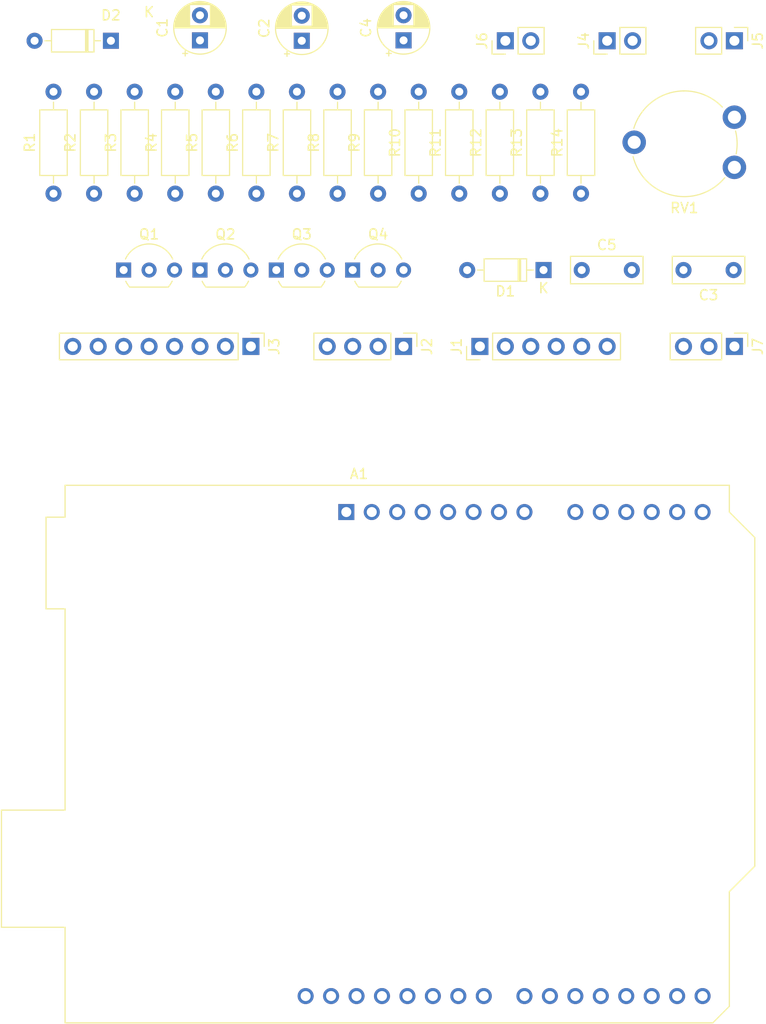
<source format=kicad_pcb>
(kicad_pcb (version 20221018) (generator pcbnew)
  (layers (0 "F.Cu" signal) (31 "B.Cu" signal) (34 "B.Paste" user) (35 "F.Paste" user) (36 "B.SilkS" user "B.Silkscreen") (37 "F.SilkS" user "F.Silkscreen") (38 "B.Mask" user) (39 "F.Mask" user) (44 "Edge.Cuts" user))
  (net 0 "")
  (net 1 "Net-(D2-K)")
  (net 2 "Net-(Q3-C)")
  (net 3 "Net-(D1-K)")
  (net 4 "Net-(C3-Pad1)")
  (net 5 "Net-(Q4-B)")
  (net 6 "VCC")
  (net 7 "GND")
  (net 8 "Net-(J1-Pin_2)")
  (net 9 "Net-(D1-A)")
  (net 10 "Net-(D2-A)")
  (net 11 "Micro")
  (net 12 "Taste")
  (net 13 "Net-(Q2-C)")
  (net 14 "Net-(Q1-C)")
  (net 15 "Net-(Q3-B)")
  (net 16 "Net-(Q4-C)")
  (net 17 "Net-(J7-Pin_3)")
  (net 18 "Net-(J3-Pin_6)")
  (net 19 "DI6")
  (footprint "Potentiometer_THT:Potentiometer_Piher_PT-10-V10_Vertical_Hole" (layer "F.Cu") (at 154.94 73.66 180)
    (fp_text reference "RV1" (at 5 -9.05) (layer "F.SilkS"))
    (fp_text value "10k")
    (pad "" np_thru_hole circle (at 5 -2.65 180) (size 4 4) (drill 4) (layers "*.Cu" "*.Mask"))
    (pad "1" thru_hole circle (at 0 0 180) (size 2.34 2.34) (drill 1.3) (layers "*.Cu" "*.Mask") (net 11 "Micro"))
    (pad "2" thru_hole circle (at 10 -2.5 180) (size 2.34 2.34) (drill 1.3) (layers "*.Cu" "*.Mask") (net 4 "Net-(C3-Pad1)"))
    (pad "3" thru_hole circle (at 0 -5 180) (size 2.34 2.34) (drill 1.3) (layers "*.Cu" "*.Mask") (net 4 "Net-(C3-Pad1)"))
  )
  (footprint "Resistor_THT:R_Axial_DIN0207_L6.3mm_D2.5mm_P10.16mm_Horizontal" (layer "F.Cu") (at 86.98 81.28 90)
    (fp_text reference "R1" (at 5.08 -2.37 90) (layer "F.SilkS"))
    (fp_text value "1k")
    (pad "1" thru_hole circle (at 0 0 90) (size 1.6 1.6) (drill 0.8) (layers "*.Cu" "*.Mask") (net 6 "VCC"))
    (pad "2" thru_hole oval (at 10.16 0 90) (size 1.6 1.6) (drill 0.8) (layers "*.Cu" "*.Mask") (net 13 "Net-(Q2-C)"))
  )
  (footprint "Resistor_THT:R_Axial_DIN0207_L6.3mm_D2.5mm_P10.16mm_Horizontal" (layer "F.Cu") (at 127.48 81.28 90)
    (fp_text reference "R11" (at 5.08 -2.37 90) (layer "F.SilkS"))
    (fp_text value "470")
    (pad "1" thru_hole circle (at 0 0 90) (size 1.6 1.6) (drill 0.8) (layers "*.Cu" "*.Mask") (net 17 "Net-(J7-Pin_3)"))
    (pad "2" thru_hole oval (at 10.16 0 90) (size 1.6 1.6) (drill 0.8) (layers "*.Cu" "*.Mask") (net 18 "Net-(J3-Pin_6)"))
  )
  (footprint "Resistor_THT:R_Axial_DIN0207_L6.3mm_D2.5mm_P10.16mm_Horizontal" (layer "F.Cu") (at 135.58 81.28 90)
    (fp_text reference "R13" (at 5.08 -2.37 90) (layer "F.SilkS"))
    (fp_text value "470")
    (pad "1" thru_hole circle (at 0 0 90) (size 1.6 1.6) (drill 0.8) (layers "*.Cu" "*.Mask") (net 14 "Net-(Q1-C)"))
    (pad "2" thru_hole oval (at 10.16 0 90) (size 1.6 1.6) (drill 0.8) (layers "*.Cu" "*.Mask") (net 19 "DI6"))
  )
  (footprint "Resistor_THT:R_Axial_DIN0207_L6.3mm_D2.5mm_P10.16mm_Horizontal" (layer "F.Cu") (at 103.18 81.28 90)
    (fp_text reference "R5" (at 5.08 -2.37 90) (layer "F.SilkS"))
    (fp_text value "1k")
    (pad "1" thru_hole circle (at 0 0 90) (size 1.6 1.6) (drill 0.8) (layers "*.Cu" "*.Mask") (net 14 "Net-(Q1-C)"))
    (pad "2" thru_hole oval (at 10.16 0 90) (size 1.6 1.6) (drill 0.8) (layers "*.Cu" "*.Mask") (net 1 "Net-(D2-K)"))
  )
  (footprint "Connector_PinHeader_2.54mm:PinHeader_1x03_P2.54mm_Vertical" (layer "F.Cu") (at 154.94 96.52 -90)
    (fp_text reference "J7" (at 0 -2.33 90) (layer "F.SilkS"))
    (fp_text value "03")
    (pad "1" thru_hole rect (at 0 0 270) (size 1.7 1.7) (drill 1) (layers "*.Cu" "*.Mask") (net 6 "VCC"))
    (pad "2" thru_hole oval (at 0 2.54 270) (size 1.7 1.7) (drill 1) (layers "*.Cu" "*.Mask") (net 8 "Net-(J1-Pin_2)"))
    (pad "3" thru_hole oval (at 0 5.08 270) (size 1.7 1.7) (drill 1) (layers "*.Cu" "*.Mask") (net 17 "Net-(J7-Pin_3)"))
  )
  (footprint "Diode_THT:D_DO-35_SOD27_P7.62mm_Horizontal" (layer "F.Cu") (at 135.89 88.9 180)
    (fp_text reference "D1" (at 3.81 -2.12) (layer "F.SilkS"))
    (fp_text value "1N4148")
    (fp_text user "K" (at 0 -1.8) (layer "F.SilkS"))
    (pad "1" thru_hole rect (at 0 0 180) (size 1.6 1.6) (drill 0.8) (layers "*.Cu" "*.Mask") (net 3 "Net-(D1-K)"))
    (pad "2" thru_hole oval (at 7.62 0 180) (size 1.6 1.6) (drill 0.8) (layers "*.Cu" "*.Mask") (net 9 "Net-(D1-A)"))
  )
  (footprint "Resistor_THT:R_Axial_DIN0207_L6.3mm_D2.5mm_P10.16mm_Horizontal" (layer "F.Cu") (at 91.03 81.28 90)
    (fp_text reference "R2" (at 5.08 -2.37 90) (layer "F.SilkS"))
    (fp_text value "1k")
    (pad "1" thru_hole circle (at 0 0 90) (size 1.6 1.6) (drill 0.8) (layers "*.Cu" "*.Mask") (net 6 "VCC"))
    (pad "2" thru_hole oval (at 10.16 0 90) (size 1.6 1.6) (drill 0.8) (layers "*.Cu" "*.Mask") (net 14 "Net-(Q1-C)"))
  )
  (footprint "Package_TO_SOT_THT:TO-92L_Inline_Wide" (layer "F.Cu") (at 93.98 88.9)
    (fp_text reference "Q1" (at 2.54 -3.56) (layer "F.SilkS"))
    (fp_text value "BC547")
    (pad "1" thru_hole rect (at 0 0) (size 1.5 1.5) (drill 0.8) (layers "*.Cu" "*.Mask") (net 14 "Net-(Q1-C)"))
    (pad "2" thru_hole circle (at 2.54 0) (size 1.5 1.5) (drill 0.8) (layers "*.Cu" "*.Mask") (net 10 "Net-(D2-A)"))
    (pad "3" thru_hole circle (at 5.08 0) (size 1.5 1.5) (drill 0.8) (layers "*.Cu" "*.Mask") (net 7 "GND"))
  )
  (footprint "Capacitor_THT:CP_Radial_D5.0mm_P2.50mm" (layer "F.Cu") (at 101.6 66 90)
    (fp_text reference "C1" (at 1.25 -3.75 90) (layer "F.SilkS"))
    (fp_text value "47μF")
    (pad "1" thru_hole rect (at 0 0 90) (size 1.6 1.6) (drill 0.8) (layers "*.Cu" "*.Mask") (net 1 "Net-(D2-K)"))
    (pad "2" thru_hole circle (at 2.5 0 90) (size 1.6 1.6) (drill 0.8) (layers "*.Cu" "*.Mask") (net 2 "Net-(Q3-C)"))
  )
  (footprint "Package_TO_SOT_THT:TO-92L_Inline_Wide" (layer "F.Cu") (at 109.22 88.9)
    (fp_text reference "Q3" (at 2.54 -3.56) (layer "F.SilkS"))
    (fp_text value "BC547")
    (pad "1" thru_hole rect (at 0 0) (size 1.5 1.5) (drill 0.8) (layers "*.Cu" "*.Mask") (net 2 "Net-(Q3-C)"))
    (pad "2" thru_hole circle (at 2.54 0) (size 1.5 1.5) (drill 0.8) (layers "*.Cu" "*.Mask") (net 15 "Net-(Q3-B)"))
    (pad "3" thru_hole circle (at 5.08 0) (size 1.5 1.5) (drill 0.8) (layers "*.Cu" "*.Mask") (net 7 "GND"))
  )
  (footprint "Connector_PinHeader_2.54mm:PinHeader_1x02_P2.54mm_Vertical" (layer "F.Cu") (at 154.94 66.04 -90)
    (fp_text reference "J5" (at 0 -2.33 90) (layer "F.SilkS"))
    (fp_text value "Micro")
    (pad "1" thru_hole rect (at 0 0 270) (size 1.7 1.7) (drill 1) (layers "*.Cu" "*.Mask") (net 11 "Micro"))
    (pad "2" thru_hole oval (at 0 2.54 270) (size 1.7 1.7) (drill 1) (layers "*.Cu" "*.Mask") (net 7 "GND"))
  )
  (footprint "Resistor_THT:R_Axial_DIN0207_L6.3mm_D2.5mm_P10.16mm_Horizontal" (layer "F.Cu") (at 139.63 81.28 90)
    (fp_text reference "R14" (at 5.08 -2.37 90) (layer "F.SilkS"))
    (fp_text value "0,22")
    (pad "1" thru_hole circle (at 0 0 90) (size 1.6 1.6) (drill 0.8) (layers "*.Cu" "*.Mask") (net 7 "GND"))
    (pad "2" thru_hole oval (at 10.16 0 90) (size 1.6 1.6) (drill 0.8) (layers "*.Cu" "*.Mask") (net 8 "Net-(J1-Pin_2)"))
  )
  (footprint "Diode_THT:D_DO-35_SOD27_P7.62mm_Horizontal" (layer "F.Cu") (at 92.71 66.04 180)
    (fp_text reference "D2" (at 0 2.54) (layer "F.SilkS"))
    (fp_text value "1N4148")
    (fp_text user "K" (at -3.81 2.86) (layer "F.SilkS"))
    (pad "1" thru_hole rect (at 0 0 180) (size 1.6 1.6) (drill 0.8) (layers "*.Cu" "*.Mask") (net 1 "Net-(D2-K)"))
    (pad "2" thru_hole oval (at 7.62 0 180) (size 1.6 1.6) (drill 0.8) (layers "*.Cu" "*.Mask") (net 10 "Net-(D2-A)"))
  )
  (footprint "Connector_PinHeader_2.54mm:PinHeader_1x08_P2.54mm_Vertical" (layer "F.Cu") (at 106.68 96.52 -90)
    (fp_text reference "J3" (at 0 -2.33 90) (layer "F.SilkS"))
    (fp_text value "DIGITAL")
    (pad "1" thru_hole rect (at 0 0 270) (size 1.7 1.7) (drill 1) (layers "*.Cu" "*.Mask"))
    (pad "2" thru_hole oval (at 0 2.54 270) (size 1.7 1.7) (drill 1) (layers "*.Cu" "*.Mask"))
    (pad "3" thru_hole oval (at 0 5.08 270) (size 1.7 1.7) (drill 1) (layers "*.Cu" "*.Mask"))
    (pad "4" thru_hole oval (at 0 7.62 270) (size 1.7 1.7) (drill 1) (layers "*.Cu" "*.Mask") (net 12 "Taste"))
    (pad "5" thru_hole oval (at 0 10.16 270) (size 1.7 1.7) (drill 1) (layers "*.Cu" "*.Mask") (net 19 "DI6"))
    (pad "6" thru_hole oval (at 0 12.7 270) (size 1.7 1.7) (drill 1) (layers "*.Cu" "*.Mask") (net 18 "Net-(J3-Pin_6)"))
    (pad "7" thru_hole oval (at 0 15.24 270) (size 1.7 1.7) (drill 1) (layers "*.Cu" "*.Mask"))
    (pad "8" thru_hole oval (at 0 17.78 270) (size 1.7 1.7) (drill 1) (layers "*.Cu" "*.Mask"))
  )
  (footprint "Connector_PinHeader_2.54mm:PinHeader_1x02_P2.54mm_Vertical" (layer "F.Cu") (at 142.24 66.04 90)
    (fp_text reference "J4" (at 0 -2.33 90) (layer "F.SilkS"))
    (fp_text value "LDR")
    (pad "1" thru_hole rect (at 0 0 90) (size 1.7 1.7) (drill 1) (layers "*.Cu" "*.Mask") (net 7 "GND"))
    (pad "2" thru_hole oval (at 0 2.54 90) (size 1.7 1.7) (drill 1) (layers "*.Cu" "*.Mask") (net 7 "GND"))
  )
  (footprint "Package_TO_SOT_THT:TO-92L_Inline_Wide" (layer "F.Cu") (at 116.84 88.9)
    (fp_text reference "Q4" (at 2.54 -3.56) (layer "F.SilkS"))
    (fp_text value "BC547")
    (pad "1" thru_hole rect (at 0 0) (size 1.5 1.5) (drill 0.8) (layers "*.Cu" "*.Mask") (net 16 "Net-(Q4-C)"))
    (pad "2" thru_hole circle (at 2.54 0) (size 1.5 1.5) (drill 0.8) (layers "*.Cu" "*.Mask") (net 5 "Net-(Q4-B)"))
    (pad "3" thru_hole circle (at 5.08 0) (size 1.5 1.5) (drill 0.8) (layers "*.Cu" "*.Mask") (net 7 "GND"))
  )
  (footprint "Connector_PinHeader_2.54mm:PinHeader_1x04_P2.54mm_Vertical" (layer "F.Cu") (at 121.92 96.52 -90)
    (fp_text reference "J2" (at 0 -2.33 90) (layer "F.SilkS"))
    (fp_text value "Power")
    (pad "1" thru_hole rect (at 0 0 270) (size 1.7 1.7) (drill 1) (layers "*.Cu" "*.Mask"))
    (pad "2" thru_hole oval (at 0 2.54 270) (size 1.7 1.7) (drill 1) (layers "*.Cu" "*.Mask") (net 7 "GND"))
    (pad "3" thru_hole oval (at 0 5.08 270) (size 1.7 1.7) (drill 1) (layers "*.Cu" "*.Mask") (net 7 "GND"))
    (pad "4" thru_hole oval (at 0 7.62 270) (size 1.7 1.7) (drill 1) (layers "*.Cu" "*.Mask") (net 6 "VCC"))
  )
  (footprint "Connector_PinHeader_2.54mm:PinHeader_1x06_P2.54mm_Vertical" (layer "F.Cu") (at 129.54 96.52 90)
    (fp_text reference "J1" (at 0 -2.33 90) (layer "F.SilkS"))
    (fp_text value "Analog IN")
    (pad "1" thru_hole rect (at 0 0 90) (size 1.7 1.7) (drill 1) (layers "*.Cu" "*.Mask") (net 7 "GND"))
    (pad "2" thru_hole oval (at 0 2.54 90) (size 1.7 1.7) (drill 1) (layers "*.Cu" "*.Mask") (net 8 "Net-(J1-Pin_2)"))
    (pad "3" thru_hole oval (at 0 5.08 90) (size 1.7 1.7) (drill 1) (layers "*.Cu" "*.Mask"))
    (pad "4" thru_hole oval (at 0 7.62 90) (size 1.7 1.7) (drill 1) (layers "*.Cu" "*.Mask"))
    (pad "5" thru_hole oval (at 0 10.16 90) (size 1.7 1.7) (drill 1) (layers "*.Cu" "*.Mask"))
    (pad "6" thru_hole oval (at 0 12.7 90) (size 1.7 1.7) (drill 1) (layers "*.Cu" "*.Mask"))
  )
  (footprint "Resistor_THT:R_Axial_DIN0207_L6.3mm_D2.5mm_P10.16mm_Horizontal" (layer "F.Cu") (at 115.33 81.28 90)
    (fp_text reference "R8" (at 5.08 -2.37 90) (layer "F.SilkS"))
    (fp_text value "4k7")
    (pad "1" thru_hole circle (at 0 0 90) (size 1.6 1.6) (drill 0.8) (layers "*.Cu" "*.Mask") (net 16 "Net-(Q4-C)"))
    (pad "2" thru_hole oval (at 10.16 0 90) (size 1.6 1.6) (drill 0.8) (layers "*.Cu" "*.Mask") (net 15 "Net-(Q3-B)"))
  )
  (footprint "Capacitor_THT:C_Disc_D7.0mm_W2.5mm_P5.00mm" (layer "F.Cu") (at 154.86 88.9 180)
    (fp_text reference "C3" (at 2.5 -2.5) (layer "F.SilkS"))
    (fp_text value "100NF")
    (pad "1" thru_hole circle (at 0 0 180) (size 1.6 1.6) (drill 0.8) (layers "*.Cu" "*.Mask") (net 4 "Net-(C3-Pad1)"))
    (pad "2" thru_hole circle (at 5 0 180) (size 1.6 1.6) (drill 0.8) (layers "*.Cu" "*.Mask") (net 5 "Net-(Q4-B)"))
  )
  (footprint "Capacitor_THT:CP_Radial_D5.0mm_P2.50mm" (layer "F.Cu") (at 121.92 66 90)
    (fp_text reference "C4" (at 1.25 -3.75 90) (layer "F.SilkS"))
    (fp_text value "47μF")
    (pad "1" thru_hole rect (at 0 0 90) (size 1.6 1.6) (drill 0.8) (layers "*.Cu" "*.Mask") (net 6 "VCC"))
    (pad "2" thru_hole circle (at 2.5 0 90) (size 1.6 1.6) (drill 0.8) (layers "*.Cu" "*.Mask") (net 7 "GND"))
  )
  (footprint "Module:Arduino_UNO_R2" (layer "F.Cu") (at 116.205 113.03)
    (fp_text reference "A1" (at 1.27 -3.81 180) (layer "F.SilkS"))
    (fp_text value "Arduino_UNO_R2")
    (pad "1" thru_hole rect (at 0 0 90) (size 1.6 1.6) (drill 1) (layers "*.Cu" "*.Mask"))
    (pad "2" thru_hole oval (at 2.54 0 90) (size 1.6 1.6) (drill 1) (layers "*.Cu" "*.Mask"))
    (pad "3" thru_hole oval (at 5.08 0 90) (size 1.6 1.6) (drill 1) (layers "*.Cu" "*.Mask"))
    (pad "4" thru_hole oval (at 7.62 0 90) (size 1.6 1.6) (drill 1) (layers "*.Cu" "*.Mask"))
    (pad "5" thru_hole oval (at 10.16 0 90) (size 1.6 1.6) (drill 1) (layers "*.Cu" "*.Mask"))
    (pad "6" thru_hole oval (at 12.7 0 90) (size 1.6 1.6) (drill 1) (layers "*.Cu" "*.Mask"))
    (pad "7" thru_hole oval (at 15.24 0 90) (size 1.6 1.6) (drill 1) (layers "*.Cu" "*.Mask"))
    (pad "8" thru_hole oval (at 17.78 0 90) (size 1.6 1.6) (drill 1) (layers "*.Cu" "*.Mask"))
    (pad "9" thru_hole oval (at 22.86 0 90) (size 1.6 1.6) (drill 1) (layers "*.Cu" "*.Mask"))
    (pad "10" thru_hole oval (at 25.4 0 90) (size 1.6 1.6) (drill 1) (layers "*.Cu" "*.Mask"))
    (pad "11" thru_hole oval (at 27.94 0 90) (size 1.6 1.6) (drill 1) (layers "*.Cu" "*.Mask"))
    (pad "12" thru_hole oval (at 30.48 0 90) (size 1.6 1.6) (drill 1) (layers "*.Cu" "*.Mask"))
    (pad "13" thru_hole oval (at 33.02 0 90) (size 1.6 1.6) (drill 1) (layers "*.Cu" "*.Mask"))
    (pad "14" thru_hole oval (at 35.56 0 90) (size 1.6 1.6) (drill 1) (layers "*.Cu" "*.Mask"))
    (pad "15" thru_hole oval (at 35.56 48.26 90) (size 1.6 1.6) (drill 1) (layers "*.Cu" "*.Mask"))
    (pad "16" thru_hole oval (at 33.02 48.26 90) (size 1.6 1.6) (drill 1) (layers "*.Cu" "*.Mask"))
    (pad "17" thru_hole oval (at 30.48 48.26 90) (size 1.6 1.6) (drill 1) (layers "*.Cu" "*.Mask"))
    (pad "18" thru_hole oval (at 27.94 48.26 90) (size 1.6 1.6) (drill 1) (layers "*.Cu" "*.Mask"))
    (pad "19" thru_hole oval (at 25.4 48.26 90) (size 1.6 1.6) (drill 1) (layers "*.Cu" "*.Mask"))
    (pad "20" thru_hole oval (at 22.86 48.26 90) (size 1.6 1.6) (drill 1) (layers "*.Cu" "*.Mask"))
    (pad "21" thru_hole oval (at 20.32 48.26 90) (size 1.6 1.6) (drill 1) (layers "*.Cu" "*.Mask"))
    (pad "22" thru_hole oval (at 17.78 48.26 90) (size 1.6 1.6) (drill 1) (layers "*.Cu" "*.Mask"))
    (pad "23" thru_hole oval (at 13.72 48.26 90) (size 1.6 1.6) (drill 1) (layers "*.Cu" "*.Mask"))
    (pad "24" thru_hole oval (at 11.18 48.26 90) (size 1.6 1.6) (drill 1) (layers "*.Cu" "*.Mask"))
    (pad "25" thru_hole oval (at 8.64 48.26 90) (size 1.6 1.6) (drill 1) (layers "*.Cu" "*.Mask"))
    (pad "26" thru_hole oval (at 6.1 48.26 90) (size 1.6 1.6) (drill 1) (layers "*.Cu" "*.Mask"))
    (pad "27" thru_hole oval (at 3.56 48.26 90) (size 1.6 1.6) (drill 1) (layers "*.Cu" "*.Mask"))
    (pad "28" thru_hole oval (at 1.02 48.26 90) (size 1.6 1.6) (drill 1) (layers "*.Cu" "*.Mask"))
    (pad "29" thru_hole oval (at -1.52 48.26 90) (size 1.6 1.6) (drill 1) (layers "*.Cu" "*.Mask"))
    (pad "30" thru_hole oval (at -4.06 48.26 90) (size 1.6 1.6) (drill 1) (layers "*.Cu" "*.Mask"))
  )
  (footprint "Package_TO_SOT_THT:TO-92L_Inline_Wide" (layer "F.Cu") (at 101.6 88.9)
    (fp_text reference "Q2" (at 2.54 -3.56) (layer "F.SilkS"))
    (fp_text value "BC547")
    (pad "1" thru_hole rect (at 0 0) (size 1.5 1.5) (drill 0.8) (layers "*.Cu" "*.Mask") (net 13 "Net-(Q2-C)"))
    (pad "2" thru_hole circle (at 2.54 0) (size 1.5 1.5) (drill 0.8) (layers "*.Cu" "*.Mask") (net 9 "Net-(D1-A)"))
    (pad "3" thru_hole circle (at 5.08 0) (size 1.5 1.5) (drill 0.8) (layers "*.Cu" "*.Mask") (net 7 "GND"))
  )
  (footprint "Resistor_THT:R_Axial_DIN0207_L6.3mm_D2.5mm_P10.16mm_Horizontal" (layer "F.Cu") (at 99.13 81.28 90)
    (fp_text reference "R4" (at 5.08 -2.37 90) (layer "F.SilkS"))
    (fp_text value "22k")
    (pad "1" thru_hole circle (at 0 0 90) (size 1.6 1.6) (drill 0.8) (layers "*.Cu" "*.Mask") (net 13 "Net-(Q2-C)"))
    (pad "2" thru_hole oval (at 10.16 0 90) (size 1.6 1.6) (drill 0.8) (layers "*.Cu" "*.Mask") (net 10 "Net-(D2-A)"))
  )
  (footprint "Capacitor_THT:CP_Radial_D5.0mm_P2.50mm" (layer "F.Cu") (at 111.76 66.04 90)
    (fp_text reference "C2" (at 1.25 -3.75 90) (layer "F.SilkS"))
    (fp_text value "47μF")
    (pad "1" thru_hole rect (at 0 0 90) (size 1.6 1.6) (drill 0.8) (layers "*.Cu" "*.Mask") (net 3 "Net-(D1-K)"))
    (pad "2" thru_hole circle (at 2.5 0 90) (size 1.6 1.6) (drill 0.8) (layers "*.Cu" "*.Mask") (net 2 "Net-(Q3-C)"))
  )
  (footprint "Resistor_THT:R_Axial_DIN0207_L6.3mm_D2.5mm_P10.16mm_Horizontal" (layer "F.Cu") (at 119.38 81.28 90)
    (fp_text reference "R9" (at 5.08 -2.37 90) (layer "F.SilkS"))
    (fp_text value "160k")
    (pad "1" thru_hole circle (at 0 0 90) (size 1.6 1.6) (drill 0.8) (layers "*.Cu" "*.Mask") (net 5 "Net-(Q4-B)"))
    (pad "2" thru_hole oval (at 10.16 0 90) (size 1.6 1.6) (drill 0.8) (layers "*.Cu" "*.Mask") (net 15 "Net-(Q3-B)"))
  )
  (footprint "Connector_PinHeader_2.54mm:PinHeader_1x02_P2.54mm_Vertical" (layer "F.Cu") (at 132.08 66.04 90)
    (fp_text reference "J6" (at 0 -2.33 90) (layer "F.SilkS"))
    (fp_text value "Taste")
    (pad "1" thru_hole rect (at 0 0 90) (size 1.7 1.7) (drill 1) (layers "*.Cu" "*.Mask") (net 12 "Taste"))
    (pad "2" thru_hole oval (at 0 2.54 90) (size 1.7 1.7) (drill 1) (layers "*.Cu" "*.Mask") (net 7 "GND"))
  )
  (footprint "Resistor_THT:R_Axial_DIN0207_L6.3mm_D2.5mm_P10.16mm_Horizontal" (layer "F.Cu") (at 95.08 81.28 90)
    (fp_text reference "R3" (at 5.08 -2.37 90) (layer "F.SilkS"))
    (fp_text value "22k")
    (pad "1" thru_hole circle (at 0 0 90) (size 1.6 1.6) (drill 0.8) (layers "*.Cu" "*.Mask") (net 9 "Net-(D1-A)"))
    (pad "2" thru_hole oval (at 10.16 0 90) (size 1.6 1.6) (drill 0.8) (layers "*.Cu" "*.Mask") (net 14 "Net-(Q1-C)"))
  )
  (footprint "Resistor_THT:R_Axial_DIN0207_L6.3mm_D2.5mm_P10.16mm_Horizontal" (layer "F.Cu") (at 131.53 81.28 90)
    (fp_text reference "R12" (at 5.08 -2.37 90) (layer "F.SilkS"))
    (fp_text value "10k")
    (pad "1" thru_hole circle (at 0 0 90) (size 1.6 1.6) (drill 0.8) (layers "*.Cu" "*.Mask") (net 6 "VCC"))
    (pad "2" thru_hole oval (at 10.16 0 90) (size 1.6 1.6) (drill 0.8) (layers "*.Cu" "*.Mask") (net 7 "GND"))
  )
  (footprint "Resistor_THT:R_Axial_DIN0207_L6.3mm_D2.5mm_P10.16mm_Horizontal" (layer "F.Cu") (at 107.23 81.28 90)
    (fp_text reference "R6" (at 5.08 -2.37 90) (layer "F.SilkS"))
    (fp_text value "1k")
    (pad "1" thru_hole circle (at 0 0 90) (size 1.6 1.6) (drill 0.8) (layers "*.Cu" "*.Mask") (net 13 "Net-(Q2-C)"))
    (pad "2" thru_hole oval (at 10.16 0 90) (size 1.6 1.6) (drill 0.8) (layers "*.Cu" "*.Mask") (net 15 "Net-(Q3-B)"))
  )
  (footprint "Capacitor_THT:C_Disc_D7.0mm_W2.5mm_P5.00mm" (layer "F.Cu") (at 139.7 88.9)
    (fp_text reference "C5" (at 2.5 -2.5) (layer "F.SilkS"))
    (fp_text value "100NF")
    (pad "1" thru_hole circle (at 0 0) (size 1.6 1.6) (drill 0.8) (layers "*.Cu" "*.Mask") (net 8 "Net-(J1-Pin_2)"))
    (pad "2" thru_hole circle (at 5 0) (size 1.6 1.6) (drill 0.8) (layers "*.Cu" "*.Mask") (net 6 "VCC"))
  )
  (footprint "Resistor_THT:R_Axial_DIN0207_L6.3mm_D2.5mm_P10.16mm_Horizontal" (layer "F.Cu") (at 111.28 81.28 90)
    (fp_text reference "R7" (at 5.08 -2.37 90) (layer "F.SilkS"))
    (fp_text value "10k")
    (pad "1" thru_hole circle (at 0 0 90) (size 1.6 1.6) (drill 0.8) (layers "*.Cu" "*.Mask") (net 15 "Net-(Q3-B)"))
    (pad "2" thru_hole oval (at 10.16 0 90) (size 1.6 1.6) (drill 0.8) (layers "*.Cu" "*.Mask") (net 2 "Net-(Q3-C)"))
  )
  (footprint "Resistor_THT:R_Axial_DIN0207_L6.3mm_D2.5mm_P10.16mm_Horizontal" (layer "F.Cu") (at 123.43 81.28 90)
    (fp_text reference "R10" (at 5.08 -2.37 90) (layer "F.SilkS"))
    (fp_text value "10k")
    (pad "1" thru_hole circle (at 0 0 90) (size 1.6 1.6) (drill 0.8) (layers "*.Cu" "*.Mask") (net 4 "Net-(C3-Pad1)"))
    (pad "2" thru_hole oval (at 10.16 0 90) (size 1.6 1.6) (drill 0.8) (layers "*.Cu" "*.Mask") (net 15 "Net-(Q3-B)"))
  )
)
</source>
